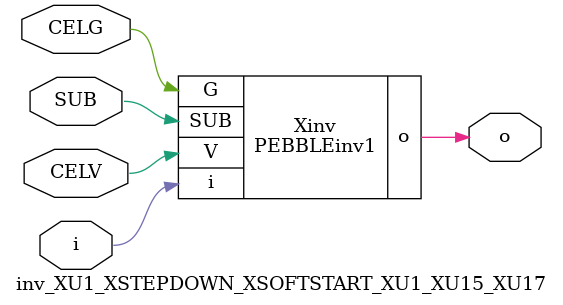
<source format=v>



module PEBBLEinv1 ( o, G, SUB, V, i );

  input V;
  input i;
  input G;
  output o;
  input SUB;
endmodule

//Celera Confidential Do Not Copy inv_XU1_XSTEPDOWN_XSOFTSTART_XU1_XU15_XU17
//Celera Confidential Symbol Generator
//5V Inverter
module inv_XU1_XSTEPDOWN_XSOFTSTART_XU1_XU15_XU17 (CELV,CELG,i,o,SUB);
input CELV;
input CELG;
input i;
input SUB;
output o;

//Celera Confidential Do Not Copy inv
PEBBLEinv1 Xinv(
.V (CELV),
.i (i),
.o (o),
.SUB (SUB),
.G (CELG)
);
//,diesize,PEBBLEinv1

//Celera Confidential Do Not Copy Module End
//Celera Schematic Generator
endmodule

</source>
